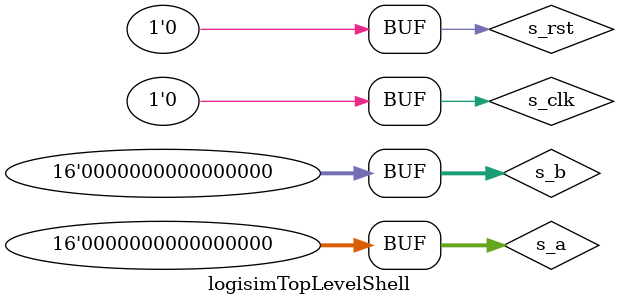
<source format=v>
/******************************************************************************
 ** Logisim-evolution goes FPGA automatic generated Verilog code             **
 ** https://github.com/logisim-evolution/                                    **
 **                                                                          **
 ** Component : logisimTopLevelShell                                         **
 **                                                                          **
 *****************************************************************************/

module logisimTopLevelShell(  );

   /*******************************************************************************
   ** The wires are defined here                                                 **
   *******************************************************************************/
   wire [15:0] s_a;
   wire [15:0] s_b;
   wire        s_clk;
   wire [15:0] s_op;
   wire        s_rst;

   /*******************************************************************************
   ** The module functionality is described here                                 **
   *******************************************************************************/

   /*******************************************************************************
   ** All signal adaptations are performed here                                  **
   *******************************************************************************/
   assign s_a[0]  = 1'b0;
   assign s_a[10] = 1'b0;
   assign s_a[11] = 1'b0;
   assign s_a[12] = 1'b0;
   assign s_a[13] = 1'b0;
   assign s_a[14] = 1'b0;
   assign s_a[15] = 1'b0;
   assign s_a[1]  = 1'b0;
   assign s_a[2]  = 1'b0;
   assign s_a[3]  = 1'b0;
   assign s_a[4]  = 1'b0;
   assign s_a[5]  = 1'b0;
   assign s_a[6]  = 1'b0;
   assign s_a[7]  = 1'b0;
   assign s_a[8]  = 1'b0;
   assign s_a[9]  = 1'b0;
   assign s_b[0]  = 1'b0;
   assign s_b[10] = 1'b0;
   assign s_b[11] = 1'b0;
   assign s_b[12] = 1'b0;
   assign s_b[13] = 1'b0;
   assign s_b[14] = 1'b0;
   assign s_b[15] = 1'b0;
   assign s_b[1]  = 1'b0;
   assign s_b[2]  = 1'b0;
   assign s_b[3]  = 1'b0;
   assign s_b[4]  = 1'b0;
   assign s_b[5]  = 1'b0;
   assign s_b[6]  = 1'b0;
   assign s_b[7]  = 1'b0;
   assign s_b[8]  = 1'b0;
   assign s_b[9]  = 1'b0;
   assign s_clk   = 1'b0;
   assign s_rst   = 1'b0;

   /*******************************************************************************
   ** The toplevel component is connected here                                   **
   *******************************************************************************/
   mac   CIRCUIT_0 (.a(s_a),
                    .b(s_b),
                    .clk(s_clk),
                    .op(s_op),
                    .rst(s_rst));
endmodule

</source>
